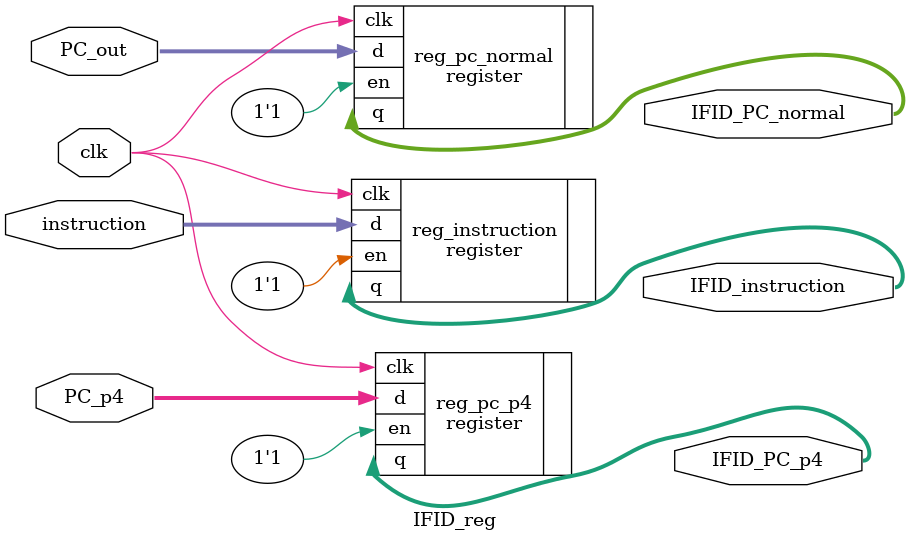
<source format=sv>
/*
    Filename: IFID_reg.sv
    Authors: Adam Friesz, Brandon Chang
    Description: This is a pipeline register serving to reduce the critical path of a CPU. This register is located
    between the instruction fetch and instruction decode stages.
*/

`include "macros.txt"
module IFID_reg (   input logic clk,
                    input logic [31:0] instruction,
                    input logic [63:0] PC_out, PC_p4,
                    output logic [31:0] IFID_instruction,
                    output logic [63:0] IFID_PC_normal, IFID_PC_p4);
	
    register #(32) reg_instruction (.clk, .en(1'b1), .d(instruction), .q(IFID_instruction));
    register #(64) reg_pc_normal (.clk, .en(1'b1), .d(PC_out), .q(IFID_PC_normal));
    register #(64) reg_pc_p4 (.clk, .en(1'b1), .d(PC_p4), .q(IFID_PC_p4));

endmodule // IFID_reg
</source>
